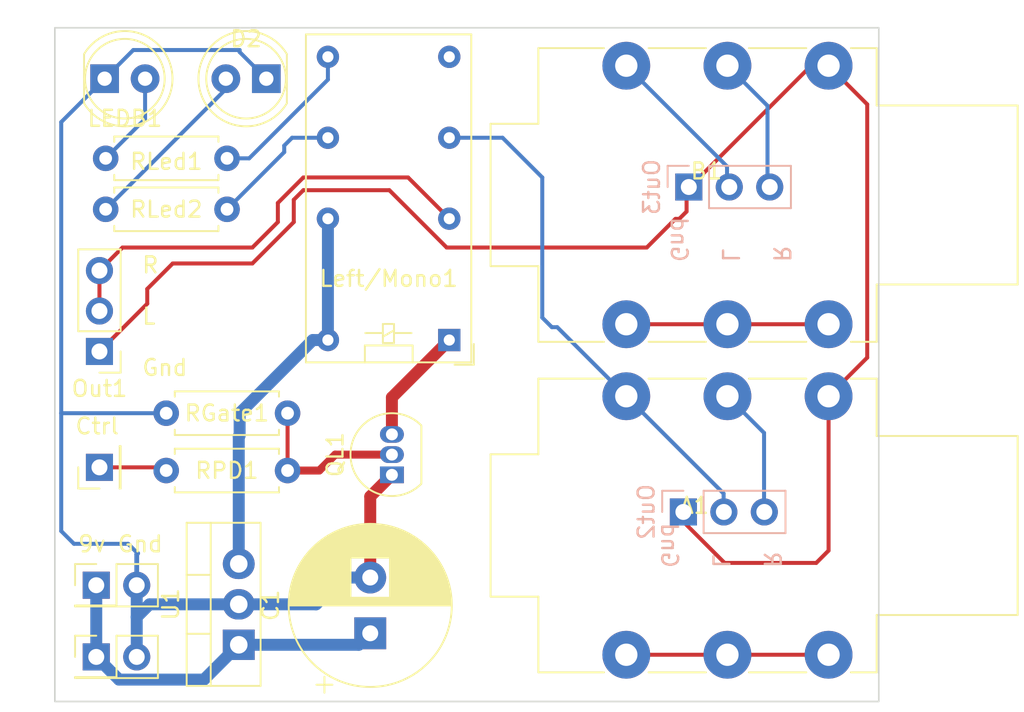
<source format=kicad_pcb>
(kicad_pcb (version 20221018) (generator pcbnew)
  (layers (0 "F.Cu" signal) (31 "B.Cu" signal) (34 "B.Paste" user) (35 "F.Paste" user) (36 "B.SilkS" user "B.Silkscreen") (37 "F.SilkS" user "F.Silkscreen") (38 "B.Mask" user) (39 "F.Mask" user) (44 "Edge.Cuts" user))
  (net 0 "")
  (net 1 "/Control")
  (net 2 "/9V")
  (net 3 "/Ctrl_GND")
  (net 4 "/A")
  (net 5 "/Signal_Gnd")
  (net 6 "Net-(A1-PadRN)")
  (net 7 "/B")
  (net 8 "Net-(D2-A)")
  (net 9 "/5V")
  (net 10 "/L_out")
  (net 11 "Net-(LEDB1-A)")
  (net 12 "Net-(Left/Mono1-Pad9)")
  (net 13 "Net-(Left/Mono1-Pad11)")
  (net 14 "Net-(QL1-D)")
  (net 15 "Net-(QL1-G)")
  (net 16 "Net-(B1-PadRN)")
  (net 17 "Net-(Out3-Pin_2)")
  (net 18 "Net-(Out2-Pin_3)")
  (net 19 "Net-(Out3-Pin_3)")
  (footprint "Connector_Audio:Jack_6.35mm_Neutrik_NMJ6HFD3_Horizontal" (layer "F.Cu") (at 169.475 80.385)
    (fp_text reference "B1" (at 5.025 6.615) (layer "F.SilkS"))
    (fp_text value "AudioJack3_Switch")
    (fp_line (start -8.52 3.645) (end -5.52 3.645) (stroke (width 0.12)) (layer "F.SilkS"))
    (fp_line (start -8.52 12.545) (end -8.52 3.645) (stroke (width 0.12)) (layer "F.SilkS"))
    (fp_line (start -8.52 12.585) (end -5.52 12.585) (stroke (width 0.12)) (layer "F.SilkS"))
    (fp_line (start -5.52 -1.105) (end -1.4 -1.105) (stroke (width 0.12)) (layer "F.SilkS"))
    (fp_line (start -5.52 3.645) (end -5.52 -1.105) (stroke (width 0.12)) (layer "F.SilkS"))
    (fp_line (start -5.52 17.335) (end -5.52 12.585) (stroke (width 0.12)) (layer "F.SilkS"))
    (fp_line (start -1.4 17.335) (end -5.52 17.335) (stroke (width 0.12)) (layer "F.SilkS"))
    (fp_line (start 1.4 -1.105) (end 5 -1.105) (stroke (width 0.12)) (layer "F.SilkS"))
    (fp_line (start 5 17.335) (end 1.4 17.335) (stroke (width 0.12)) (layer "F.SilkS"))
    (fp_line (start 7.7 -1.105) (end 11.3 -1.105) (stroke (width 0.12)) (layer "F.SilkS"))
    (fp_line (start 11.3 17.335) (end 7.7 17.335) (stroke (width 0.12)) (layer "F.SilkS"))
    (fp_line (start 15.72 -1.105) (end 14.1 -1.105) (stroke (width 0.12)) (layer "F.SilkS"))
    (fp_line (start 15.72 2.495) (end 15.72 -1.105) (stroke (width 0.12)) (layer "F.SilkS"))
    (fp_line (start 15.72 2.495) (end 24.57 2.495) (stroke (width 0.12)) (layer "F.SilkS"))
    (fp_line (start 15.72 13.735) (end 24.57 13.735) (stroke (width 0.12)) (layer "F.SilkS"))
    (fp_line (start 15.72 17.335) (end 14.1 17.335) (stroke (width 0.12)) (layer "F.SilkS"))
    (fp_line (start 15.72 17.335) (end 15.72 13.735) (stroke (width 0.12)) (layer "F.SilkS"))
    (fp_line (start 24.57 13.735) (end 24.57 2.495) (stroke (width 0.12)) (layer "F.SilkS"))
    (pad "R" thru_hole circle (at 6.35 0) (size 3 3) (drill 1.4) (layers "*.Cu" "*.Mask") (net 19 "Net-(Out3-Pin_3)"))
    (pad "RN" thru_hole circle (at 6.35 16.23) (size 3 3) (drill 1.4) (layers "*.Cu" "*.Mask") (net 16 "Net-(B1-PadRN)"))
    (pad "S" thru_hole circle (at 12.7 0) (size 3 3) (drill 1.4) (layers "*.Cu" "*.Mask") (net 5 "/Signal_Gnd"))
    (pad "SN" thru_hole circle (at 12.7 16.23) (size 3 3) (drill 1.4) (layers "*.Cu" "*.Mask") (net 16 "Net-(B1-PadRN)"))
    (pad "T" thru_hole circle (at 0 0) (size 3 3) (drill 1.4) (layers "*.Cu" "*.Mask") (net 17 "Net-(Out3-Pin_2)"))
    (pad "TN" thru_hole circle (at 0 16.23) (size 3 3) (drill 1.4) (layers "*.Cu" "*.Mask") (net 16 "Net-(B1-PadRN)"))
  )
  (footprint "Resistor_THT:R_Axial_DIN0207_L6.3mm_D2.5mm_P7.62mm_Horizontal" (layer "F.Cu") (at 148.21 102.2 180)
    (fp_text reference "RPD1" (at 3.81 -3.6) (layer "F.SilkS"))
    (fp_text value "R")
    (fp_line (start 0.54 -1.37) (end 7.08 -1.37) (stroke (width 0.12)) (layer "F.SilkS"))
    (fp_line (start 0.54 -1.04) (end 0.54 -1.37) (stroke (width 0.12)) (layer "F.SilkS"))
    (fp_line (start 0.54 1.04) (end 0.54 1.37) (stroke (width 0.12)) (layer "F.SilkS"))
    (fp_line (start 0.54 1.37) (end 7.08 1.37) (stroke (width 0.12)) (layer "F.SilkS"))
    (fp_line (start 7.08 -1.37) (end 7.08 -1.04) (stroke (width 0.12)) (layer "F.SilkS"))
    (fp_line (start 7.08 1.37) (end 7.08 1.04) (stroke (width 0.12)) (layer "F.SilkS"))
    (pad "1" thru_hole circle (at 0 0 180) (size 1.6 1.6) (drill 0.8) (layers "*.Cu" "*.Mask") (net 15 "Net-(QL1-G)"))
    (pad "2" thru_hole oval (at 7.62 0 180) (size 1.6 1.6) (drill 0.8) (layers "*.Cu" "*.Mask") (net 3 "/Ctrl_GND"))
  )
  (footprint "Package_TO_SOT_THT:TO-92_Inline" (layer "F.Cu") (at 154.76 106.07 90)
    (fp_text reference "QL1" (at 1.27 -3.56 90) (layer "F.SilkS"))
    (fp_text value "2N7000")
    (fp_line (start -0.53 1.85) (end 3.07 1.85) (stroke (width 0.12)) (layer "F.SilkS"))
    (fp_arc (start -0.568478 1.838478) (mid -1.132087 -0.994977) (end 1.27 -2.6) (stroke (width 0.12)) (layer "F.SilkS"))
    (fp_arc (start 1.27 -2.6) (mid 3.672087 -0.994977) (end 3.108478 1.838478) (stroke (width 0.12)) (layer "F.SilkS"))
    (pad "1" thru_hole rect (at 0 0 90) (size 1.05 1.5) (drill 0.75) (layers "*.Cu" "*.Mask") (net 3 "/Ctrl_GND"))
    (pad "2" thru_hole oval (at 1.27 0 90) (size 1.05 1.5) (drill 0.75) (layers "*.Cu" "*.Mask") (net 15 "Net-(QL1-G)"))
    (pad "3" thru_hole oval (at 2.54 0 90) (size 1.05 1.5) (drill 0.75) (layers "*.Cu" "*.Mask") (net 14 "Net-(QL1-D)"))
  )
  (footprint "LED_THT:LED_D5.0mm" (layer "F.Cu") (at 136.725 81.2)
    (fp_text reference "LEDB1" (at 1.27 2.5) (layer "F.SilkS"))
    (fp_text value "LED")
    (fp_line (start -1.29 -1.545) (end -1.29 1.545) (stroke (width 0.12)) (layer "F.SilkS"))
    (fp_arc (start -1.29 -1.54483) (mid 2.072002 -2.880433) (end 4.26 0.000462) (stroke (width 0.12)) (layer "F.SilkS"))
    (fp_arc (start 4.26 -0.000462) (mid 2.072002 2.880433) (end -1.29 1.54483) (stroke (width 0.12)) (layer "F.SilkS"))
    (fp_circle (center 1.27 0) (end 3.77 0) (stroke (width 0.12)) (fill none) (layer "F.SilkS"))
    (pad "1" thru_hole rect (at 0 0) (size 1.8 1.8) (drill 0.9) (layers "*.Cu" "*.Mask") (net 3 "/Ctrl_GND"))
    (pad "2" thru_hole circle (at 2.54 0) (size 1.8 1.8) (drill 0.9) (layers "*.Cu" "*.Mask") (net 11 "Net-(LEDB1-A)"))
  )
  (footprint "Connector_PinHeader_2.54mm:PinHeader_2x01_P2.54mm_Vertical" (layer "F.Cu") (at 136.2 113)
    (fp_text reference "J3" hide)
    (fp_text value "Conn_01x02_Pin")
    (fp_line (start -1.33 -1.33) (end 0 -1.33) (stroke (width 0.12)) (layer "F.SilkS"))
    (fp_line (start -1.33 0) (end -1.33 -1.33) (stroke (width 0.12)) (layer "F.SilkS"))
    (fp_line (start -1.33 1.27) (end -1.33 1.33) (stroke (width 0.12)) (layer "F.SilkS"))
    (fp_line (start -1.33 1.27) (end 1.27 1.27) (stroke (width 0.12)) (layer "F.SilkS"))
    (fp_line (start -1.33 1.33) (end 3.87 1.33) (stroke (width 0.12)) (layer "F.SilkS"))
    (fp_line (start 1.27 -1.33) (end 3.87 -1.33) (stroke (width 0.12)) (layer "F.SilkS"))
    (fp_line (start 1.27 1.27) (end 1.27 -1.33) (stroke (width 0.12)) (layer "F.SilkS"))
    (fp_line (start 3.87 -1.33) (end 3.87 1.33) (stroke (width 0.12)) (layer "F.SilkS"))
    (pad "1" thru_hole rect (at 0 0) (size 1.7 1.7) (drill 1) (layers "*.Cu" "*.Mask") (net 2 "/9V"))
    (pad "2" thru_hole oval (at 2.54 0) (size 1.7 1.7) (drill 1) (layers "*.Cu" "*.Mask") (net 3 "/Ctrl_GND"))
  )
  (footprint "Resistor_THT:R_Axial_DIN0207_L6.3mm_D2.5mm_P7.62mm_Horizontal" (layer "F.Cu") (at 144.41 89.4 180)
    (fp_text reference "RLed2" (at 3.81 0) (layer "F.SilkS"))
    (fp_text value "R")
    (fp_line (start 0.54 -1.37) (end 7.08 -1.37) (stroke (width 0.12)) (layer "F.SilkS"))
    (fp_line (start 0.54 -1.04) (end 0.54 -1.37) (stroke (width 0.12)) (layer "F.SilkS"))
    (fp_line (start 0.54 1.04) (end 0.54 1.37) (stroke (width 0.12)) (layer "F.SilkS"))
    (fp_line (start 0.54 1.37) (end 7.08 1.37) (stroke (width 0.12)) (layer "F.SilkS"))
    (fp_line (start 7.08 -1.37) (end 7.08 -1.04) (stroke (width 0.12)) (layer "F.SilkS"))
    (fp_line (start 7.08 1.37) (end 7.08 1.04) (stroke (width 0.12)) (layer "F.SilkS"))
    (pad "1" thru_hole circle (at 0 0 180) (size 1.6 1.6) (drill 0.8) (layers "*.Cu" "*.Mask") (net 13 "Net-(Left/Mono1-Pad11)"))
    (pad "2" thru_hole oval (at 7.62 0 180) (size 1.6 1.6) (drill 0.8) (layers "*.Cu" "*.Mask") (net 8 "Net-(D2-A)"))
  )
  (footprint "Connector_Audio:Jack_6.35mm_Neutrik_NMJ6HFD3_Horizontal" (layer "F.Cu") (at 169.475 101.135)
    (fp_text reference "A1" (at 4.275 6.865) (layer "F.SilkS"))
    (fp_text value "AudioJack3_Switch")
    (fp_line (start -8.52 3.645) (end -5.52 3.645) (stroke (width 0.12)) (layer "F.SilkS"))
    (fp_line (start -8.52 12.545) (end -8.52 3.645) (stroke (width 0.12)) (layer "F.SilkS"))
    (fp_line (start -8.52 12.585) (end -5.52 12.585) (stroke (width 0.12)) (layer "F.SilkS"))
    (fp_line (start -5.52 -1.105) (end -1.4 -1.105) (stroke (width 0.12)) (layer "F.SilkS"))
    (fp_line (start -5.52 3.645) (end -5.52 -1.105) (stroke (width 0.12)) (layer "F.SilkS"))
    (fp_line (start -5.52 17.335) (end -5.52 12.585) (stroke (width 0.12)) (layer "F.SilkS"))
    (fp_line (start -1.4 17.335) (end -5.52 17.335) (stroke (width 0.12)) (layer "F.SilkS"))
    (fp_line (start 1.4 -1.105) (end 5 -1.105) (stroke (width 0.12)) (layer "F.SilkS"))
    (fp_line (start 5 17.335) (end 1.4 17.335) (stroke (width 0.12)) (layer "F.SilkS"))
    (fp_line (start 7.7 -1.105) (end 11.3 -1.105) (stroke (width 0.12)) (layer "F.SilkS"))
    (fp_line (start 11.3 17.335) (end 7.7 17.335) (stroke (width 0.12)) (layer "F.SilkS"))
    (fp_line (start 15.72 -1.105) (end 14.1 -1.105) (stroke (width 0.12)) (layer "F.SilkS"))
    (fp_line (start 15.72 2.495) (end 15.72 -1.105) (stroke (width 0.12)) (layer "F.SilkS"))
    (fp_line (start 15.72 2.495) (end 24.57 2.495) (stroke (width 0.12)) (layer "F.SilkS"))
    (fp_line (start 15.72 13.735) (end 24.57 13.735) (stroke (width 0.12)) (layer "F.SilkS"))
    (fp_line (start 15.72 17.335) (end 14.1 17.335) (stroke (width 0.12)) (layer "F.SilkS"))
    (fp_line (start 15.72 17.335) (end 15.72 13.735) (stroke (width 0.12)) (layer "F.SilkS"))
    (fp_line (start 24.57 13.735) (end 24.57 2.495) (stroke (width 0.12)) (layer "F.SilkS"))
    (pad "R" thru_hole circle (at 6.35 0) (size 3 3) (drill 1.4) (layers "*.Cu" "*.Mask") (net 18 "Net-(Out2-Pin_3)"))
    (pad "RN" thru_hole circle (at 6.35 16.23) (size 3 3) (drill 1.4) (layers "*.Cu" "*.Mask") (net 6 "Net-(A1-PadRN)"))
    (pad "S" thru_hole circle (at 12.7 0) (size 3 3) (drill 1.4) (layers "*.Cu" "*.Mask") (net 5 "/Signal_Gnd"))
    (pad "SN" thru_hole circle (at 12.7 16.23) (size 3 3) (drill 1.4) (layers "*.Cu" "*.Mask") (net 6 "Net-(A1-PadRN)"))
    (pad "T" thru_hole circle (at 0 0) (size 3 3) (drill 1.4) (layers "*.Cu" "*.Mask") (net 4 "/A"))
    (pad "TN" thru_hole circle (at 0 16.23) (size 3 3) (drill 1.4) (layers "*.Cu" "*.Mask") (net 6 "Net-(A1-PadRN)"))
  )
  (footprint "Resistor_THT:R_Axial_DIN0207_L6.3mm_D2.5mm_P7.62mm_Horizontal" (layer "F.Cu") (at 144.41 86.2 180)
    (fp_text reference "RLed1" (at 3.81 -0.2) (layer "F.SilkS"))
    (fp_text value "R")
    (fp_line (start 0.54 -1.37) (end 7.08 -1.37) (stroke (width 0.12)) (layer "F.SilkS"))
    (fp_line (start 0.54 -1.04) (end 0.54 -1.37) (stroke (width 0.12)) (layer "F.SilkS"))
    (fp_line (start 0.54 1.04) (end 0.54 1.37) (stroke (width 0.12)) (layer "F.SilkS"))
    (fp_line (start 0.54 1.37) (end 7.08 1.37) (stroke (width 0.12)) (layer "F.SilkS"))
    (fp_line (start 7.08 -1.37) (end 7.08 -1.04) (stroke (width 0.12)) (layer "F.SilkS"))
    (fp_line (start 7.08 1.37) (end 7.08 1.04) (stroke (width 0.12)) (layer "F.SilkS"))
    (pad "1" thru_hole circle (at 0 0 180) (size 1.6 1.6) (drill 0.8) (layers "*.Cu" "*.Mask") (net 12 "Net-(Left/Mono1-Pad9)"))
    (pad "2" thru_hole oval (at 7.62 0 180) (size 1.6 1.6) (drill 0.8) (layers "*.Cu" "*.Mask") (net 11 "Net-(LEDB1-A)"))
  )
  (footprint "Relay_THT:Relay_DPDT_Omron_G5V-2" (layer "F.Cu") (at 158.3625 97.6075 180)
    (fp_text reference "Left/Mono1" (at 3.81 3.8575) (layer "F.SilkS"))
    (fp_text value "G5V-2")
    (fp_line (start -1.54 -1.55) (end -0.33 -1.55) (stroke (width 0.12)) (layer "F.SilkS"))
    (fp_line (start -1.54 -0.25) (end -1.54 -1.55) (stroke (width 0.12)) (layer "F.SilkS"))
    (fp_line (start -1.38 -1.4) (end -1.38 19.19) (stroke (width 0.12)) (layer "F.SilkS"))
    (fp_line (start -1.38 19.19) (end 9 19.19) (stroke (width 0.12)) (layer "F.SilkS"))
    (fp_line (start 2.3 -1.4) (end 2.3 -0.36) (stroke (width 0.12)) (layer "F.SilkS"))
    (fp_line (start 2.3 -0.34) (end 5.3 -0.34) (stroke (width 0.12)) (layer "F.SilkS"))
    (fp_line (start 3.47 -0.19) (end 3.47 1.01) (stroke (width 0.12)) (layer "F.SilkS"))
    (fp_line (start 3.47 0.44) (end 2.37 0.44) (stroke (width 0.12)) (layer "F.SilkS"))
    (fp_line (start 3.47 0.61) (end 4.17 0.21) (stroke (width 0.12)) (layer "F.SilkS"))
    (fp_line (start 3.47 1.01) (end 4.17 1.01) (stroke (width 0.12)) (layer "F.SilkS"))
    (fp_line (start 4.17 -0.19) (end 3.47 -0.19) (stroke (width 0.12)) (layer "F.SilkS"))
    (fp_line (start 4.17 0.44) (end 5.27 0.44) (stroke (width 0.12)) (layer "F.SilkS"))
    (fp_line (start 4.17 1.01) (end 4.17 -0.19) (stroke (width 0.12)) (layer "F.SilkS"))
    (fp_line (start 5.3 -0.34) (end 5.3 -1.4) (stroke (width 0.12)) (layer "F.SilkS"))
    (fp_line (start 9 -1.4) (end -1.38 -1.4) (stroke (width 0.12)) (layer "F.SilkS"))
    (fp_line (start 9 19.19) (end 9 -1.4) (stroke (width 0.12)) (layer "F.SilkS"))
    (pad "1" thru_hole rect (at 0 0 180) (size 1.4 1.4) (drill 0.7) (layers "*.Cu" "*.Mask") (net 14 "Net-(QL1-D)"))
    (pad "4" thru_hole circle (at 0 7.62 180) (size 1.4 1.4) (drill 0.7) (layers "*.Cu" "*.Mask") (net 10 "/L_out"))
    (pad "6" thru_hole circle (at 0 12.7 180) (size 1.4 1.4) (drill 0.7) (layers "*.Cu" "*.Mask") (net 4 "/A"))
    (pad "8" thru_hole circle (at 0 17.78 180) (size 1.4 1.4) (drill 0.7) (layers "*.Cu" "*.Mask") (net 7 "/B"))
    (pad "9" thru_hole circle (at 7.62 17.78 180) (size 1.4 1.4) (drill 0.7) (layers "*.Cu" "*.Mask") (net 12 "Net-(Left/Mono1-Pad9)"))
    (pad "11" thru_hole circle (at 7.62 12.7 180) (size 1.4 1.4) (drill 0.7) (layers "*.Cu" "*.Mask") (net 13 "Net-(Left/Mono1-Pad11)"))
    (pad "13" thru_hole circle (at 7.62 7.62 180) (size 1.4 1.4) (drill 0.7) (layers "*.Cu" "*.Mask") (net 9 "/5V"))
    (pad "16" thru_hole circle (at 7.62 0 180) (size 1.4 1.4) (drill 0.7) (layers "*.Cu" "*.Mask") (net 9 "/5V"))
  )
  (footprint "Capacitor_THT:CP_Radial_D10.0mm_P3.50mm" (layer "F.Cu") (at 153.4 116.017677 90)
    (fp_text reference "C1" (at 1.75 -6.25 90) (layer "F.SilkS"))
    (fp_text value "C_Polarized")
    (fp_line (start -3.729646 -2.875) (end -2.729646 -2.875) (stroke (width 0.12)) (layer "F.SilkS"))
    (fp_line (start -3.229646 -3.375) (end -3.229646 -2.375) (stroke (width 0.12)) (layer "F.SilkS"))
    (fp_line (start 1.75 -5.08) (end 1.75 5.08) (stroke (width 0.12)) (layer "F.SilkS"))
    (fp_line (start 1.79 -5.08) (end 1.79 5.08) (stroke (width 0.12)) (layer "F.SilkS"))
    (fp_line (start 1.83 -5.08) (end 1.83 5.08) (stroke (width 0.12)) (layer "F.SilkS"))
    (fp_line (start 1.87 -5.079) (end 1.87 5.079) (stroke (width 0.12)) (layer "F.SilkS"))
    (fp_line (start 1.91 -5.078) (end 1.91 5.078) (stroke (width 0.12)) (layer "F.SilkS"))
    (fp_line (start 1.95 -5.077) (end 1.95 5.077) (stroke (width 0.12)) (layer "F.SilkS"))
    (fp_line (start 1.99 -5.075) (end 1.99 5.075) (stroke (width 0.12)) (layer "F.SilkS"))
    (fp_line (start 2.03 -5.073) (end 2.03 5.073) (stroke (width 0.12)) (layer "F.SilkS"))
    (fp_line (start 2.07 -5.07) (end 2.07 5.07) (stroke (width 0.12)) (layer "F.SilkS"))
    (fp_line (start 2.11 -5.068) (end 2.11 5.068) (stroke (width 0.12)) (layer "F.SilkS"))
    (fp_line (start 2.15 -5.065) (end 2.15 5.065) (stroke (width 0.12)) (layer "F.SilkS"))
    (fp_line (start 2.19 -5.062) (end 2.19 5.062) (stroke (width 0.12)) (layer "F.SilkS"))
    (fp_line (start 2.23 -5.058) (end 2.23 5.058) (stroke (width 0.12)) (layer "F.SilkS"))
    (fp_line (start 2.27 -5.054) (end 2.27 -1.241) (stroke (width 0.12)) (layer "F.SilkS"))
    (fp_line (start 2.27 1.241) (end 2.27 5.054) (stroke (width 0.12)) (layer "F.SilkS"))
    (fp_line (start 2.31 -5.05) (end 2.31 -1.241) (stroke (width 0.12)) (layer "F.SilkS"))
    (fp_line (start 2.31 1.241) (end 2.31 5.05) (stroke (width 0.12)) (layer "F.SilkS"))
    (fp_line (start 2.35 -5.045) (end 2.35 -1.241) (stroke (width 0.12)) (layer "F.SilkS"))
    (fp_line (start 2.35 1.241) (end 2.35 5.045) (stroke (width 0.12)) (layer "F.SilkS"))
    (fp_line (start 2.39 -5.04) (end 2.39 -1.241) (stroke (width 0.12)) (layer "F.SilkS"))
    (fp_line (start 2.39 1.241) (end 2.39 5.04) (stroke (width 0.12)) (layer "F.SilkS"))
    (fp_line (start 2.43 -5.035) (end 2.43 -1.241) (stroke (width 0.12)) (layer "F.SilkS"))
    (fp_line (start 2.43 1.241) (end 2.43 5.035) (stroke (width 0.12)) (layer "F.SilkS"))
    (fp_line (start 2.471 -5.03) (end 2.471 -1.241) (stroke (width 0.12)) (layer "F.SilkS"))
    (fp_line (start 2.471 1.241) (end 2.471 5.03) (stroke (width 0.12)) (layer "F.SilkS"))
    (fp_line (start 2.511 -5.024) (end 2.511 -1.241) (stroke (width 0.12)) (layer "F.SilkS"))
    (fp_line (start 2.511 1.241) (end 2.511 5.024) (stroke (width 0.12)) (layer "F.SilkS"))
    (fp_line (start 2.551 -5.018) (end 2.551 -1.241) (stroke (width 0.12)) (layer "F.SilkS"))
    (fp_line (start 2.551 1.241) (end 2.551 5.018) (stroke (width 0.12)) (layer "F.SilkS"))
    (fp_line (start 2.591 -5.011) (end 2.591 -1.241) (stroke (width 0.12)) (layer "F.SilkS"))
    (fp_line (start 2.591 1.241) (end 2.591 5.011) (stroke (width 0.12)) (layer "F.SilkS"))
    (fp_line (start 2.631 -5.004) (end 2.631 -1.241) (stroke (width 0.12)) (layer "F.SilkS"))
    (fp_line (start 2.631 1.241) (end 2.631 5.004) (stroke (width 0.12)) (layer "F.SilkS"))
    (fp_line (start 2.671 -4.997) (end 2.671 -1.241) (stroke (width 0.12)) (layer "F.SilkS"))
    (fp_line (start 2.671 1.241) (end 2.671 4.997) (stroke (width 0.12)) (layer "F.SilkS"))
    (fp_line (start 2.711 -4.99) (end 2.711 -1.241) (stroke (width 0.12)) (layer "F.SilkS"))
    (fp_line (start 2.711 1.241) (end 2.711 4.99) (stroke (width 0.12)) (layer "F.SilkS"))
    (fp_line (start 2.751 -4.982) (end 2.751 -1.241) (stroke (width 0.12)) (layer "F.SilkS"))
    (fp_line (start 2.751 1.241) (end 2.751 4.982) (stroke (width 0.12)) (layer "F.SilkS"))
    (fp_line (start 2.791 -4.974) (end 2.791 -1.241) (stroke (width 0.12)) (layer "F.SilkS"))
    (fp_line (start 2.791 1.241) (end 2.791 4.974) (stroke (width 0.12)) (layer "F.SilkS"))
    (fp_line (start 2.831 -4.965) (end 2.831 -1.241) (stroke (width 0.12)) (layer "F.SilkS"))
    (fp_line (start 2.831 1.241) (end 2.831 4.965) (stroke (width 0.12)) (layer "F.SilkS"))
    (fp_line (start 2.871 -4.956) (end 2.871 -1.241) (stroke (width 0.12)) (layer "F.SilkS"))
    (fp_line (start 2.871 1.241) (end 2.871 4.956) (stroke (width 0.12)) (layer "F.SilkS"))
    (fp_line (start 2.911 -4.947) (end 2.911 -1.241) (stroke (width 0.12)) (layer "F.SilkS"))
    (fp_line (start 2.911 1.241) (end 2.911 4.947) (stroke (width 0.12)) (layer "F.SilkS"))
    (fp_line (start 2.951 -4.938) (end 2.951 -1.241) (stroke (width 0.12)) (layer "F.SilkS"))
    (fp_line (start 2.951 1.241) (end 2.951 4.938) (stroke (width 0.12)) (layer "F.SilkS"))
    (fp_line (start 2.991 -4.928) (end 2.991 -1.241) (stroke (width 0.12)) (layer "F.SilkS"))
    (fp_line (start 2.991 1.241) (end 2.991 4.928) (stroke (width 0.12)) (layer "F.SilkS"))
    (fp_line (start 3.031 -4.918) (end 3.031 -1.241) (stroke (width 0.12)) (layer "F.SilkS"))
    (fp_line (start 3.031 1.241) (end 3.031 4.918) (stroke (width 0.12)) (layer "F.SilkS"))
    (fp_line (start 3.071 -4.907) (end 3.071 -1.241) (stroke (width 0.12)) (layer "F.SilkS"))
    (fp_line (start 3.071 1.241) (end 3.071 4.907) (stroke (width 0.12)) (layer "F.SilkS"))
    (fp_line (start 3.111 -4.897) (end 3.111 -1.241) (stroke (width 0.12)) (layer "F.SilkS"))
    (fp_line (start 3.111 1.241) (end 3.111 4.897) (stroke (width 0.12)) (layer "F.SilkS"))
    (fp_line (start 3.151 -4.885) (end 3.151 -1.241) (stroke (width 0.12)) (layer "F.SilkS"))
    (fp_line (start 3.151 1.241) (end 3.151 4.885) (stroke (width 0.12)) (layer "F.SilkS"))
    (fp_line (start 3.191 -4.874) (end 3.191 -1.241) (stroke (width 0.12)) (layer "F.SilkS"))
    (fp_line (start 3.191 1.241) (end 3.191 4.874) (stroke (width 0.12)) (layer "F.SilkS"))
    (fp_line (start 3.231 -4.862) (end 3.231 -1.241) (stroke (width 0.12)) (layer "F.SilkS"))
    (fp_line (start 3.231 1.241) (end 3.231 4.862) (stroke (width 0.12)) (layer "F.SilkS"))
    (fp_line (start 3.271 -4.85) (end 3.271 -1.241) (stroke (width 0.12)) (layer "F.SilkS"))
    (fp_line (start 3.271 1.241) (end 3.271 4.85) (stroke (width 0.12)) (layer "F.SilkS"))
    (fp_line (start 3.311 -4.837) (end 3.311 -1.241) (stroke (width 0.12)) (layer "F.SilkS"))
    (fp_line (start 3.311 1.241) (end 3.311 4.837) (stroke (width 0.12)) (layer "F.SilkS"))
    (fp_line (start 3.351 -4.824) (end 3.351 -1.241) (stroke (width 0.12)) (layer "F.SilkS"))
    (fp_line (start 3.351 1.241) (end 3.351 4.824) (stroke (width 0.12)) (layer "F.SilkS"))
    (fp_line (start 3.391 -4.811) (end 3.391 -1.241) (stroke (width 0.12)) (layer "F.SilkS"))
    (fp_line (start 3.391 1.241) (end 3.391 4.811) (stroke (width 0.12)) (layer "F.SilkS"))
    (fp_line (start 3.431 -4.797) (end 3.431 -1.241) (stroke (width 0.12)) (layer "F.SilkS"))
    (fp_line (start 3.431 1.241) (end 3.431 4.797) (stroke (width 0.12)) (layer "F.SilkS"))
    (fp_line (start 3.471 -4.783) (end 3.471 -1.241) (stroke (width 0.12)) (layer "F.SilkS"))
    (fp_line (start 3.471 1.241) (end 3.471 4.783) (stroke (width 0.12)) (layer "F.SilkS"))
    (fp_line (start 3.511 -4.768) (end 3.511 -1.241) (stroke (width 0.12)) (layer "F.SilkS"))
    (fp_line (start 3.511 1.241) (end 3.511 4.768) (stroke (width 0.12)) (layer "F.SilkS"))
    (fp_line (start 3.551 -4.754) (end 3.551 -1.241) (stroke (width 0.12)) (layer "F.SilkS"))
    (fp_line (start 3.551 1.241) (end 3.551 4.754) (stroke (width 0.12)) (layer "F.SilkS"))
    (fp_line (start 3.591 -4.738) (end 3.591 -1.241) (stroke (width 0.12)) (layer "F.SilkS"))
    (fp_line (start 3.591 1.241) (end 3.591 4.738) (stroke (width 0.12)) (layer "F.SilkS"))
    (fp_line (start 3.631 -4.723) (end 3.631 -1.241) (stroke (width 0.12)) (layer "F.SilkS"))
    (fp_line (start 3.631 1.241) (end 3.631 4.723) (stroke (width 0.12)) (layer "F.SilkS"))
    (fp_line (start 3.671 -4.707) (end 3.671 -1.241) (stroke (width 0.12)) (layer "F.SilkS"))
    (fp_line (start 3.671 1.241) (end 3.671 4.707) (stroke (width 0.12)) (layer "F.SilkS"))
    (fp_line (start 3.711 -4.69) (end 3.711 -1.241) (stroke (width 0.12)) (layer "F.SilkS"))
    (fp_line (start 3.711 1.241) (end 3.711 4.69) (stroke (width 0.12)) (layer "F.SilkS"))
    (fp_line (start 3.751 -4.674) (end 3.751 -1.241) (stroke (width 0.12)) (layer "F.SilkS"))
    (fp_line (start 3.751 1.241) (end 3.751 4.674) (stroke (width 0.12)) (layer "F.SilkS"))
    (fp_line (start 3.791 -4.657) (end 3.791 -1.241) (stroke (width 0.12)) (layer "F.SilkS"))
    (fp_line (start 3.791 1.241) (end 3.791 4.657) (stroke (width 0.12)) (layer "F.SilkS"))
    (fp_line (start 3.831 -4.639) (end 3.831 -1.241) (stroke (width 0.12)) (layer "F.SilkS"))
    (fp_line (start 3.831 1.241) (end 3.831 4.639) (stroke (width 0.12)) (layer "F.SilkS"))
    (fp_line (start 3.871 -4.621) (end 3.871 -1.241) (stroke (width 0.12)) (layer "F.SilkS"))
    (fp_line (start 3.871 1.241) (end 3.871 4.621) (stroke (width 0.12)) (layer "F.SilkS"))
    (fp_line (start 3.911 -4.603) (end 3.911 -1.241) (stroke (width 0.12)) (layer "F.SilkS"))
    (fp_line (start 3.911 1.241) (end 3.911 4.603) (stroke (width 0.12)) (layer "F.SilkS"))
    (fp_line (start 3.951 -4.584) (end 3.951 -1.241) (stroke (width 0.12)) (layer "F.SilkS"))
    (fp_line (start 3.951 1.241) (end 3.951 4.584) (stroke (width 0.12)) (layer "F.SilkS"))
    (fp_line (start 3.991 -4.564) (end 3.991 -1.241) (stroke (width 0.12)) (layer "F.SilkS"))
    (fp_line (start 3.991 1.241) (end 3.991 4.564) (stroke (width 0.12)) (layer "F.SilkS"))
    (fp_line (start 4.031 -4.545) (end 4.031 -1.241) (stroke (width 0.12)) (layer "F.SilkS"))
    (fp_line (start 4.031 1.241) (end 4.031 4.545) (stroke (width 0.12)) (layer "F.SilkS"))
    (fp_line (start 4.071 -4.525) (end 4.071 -1.241) (stroke (width 0.12)) (layer "F.SilkS"))
    (fp_line (start 4.071 1.241) (end 4.071 4.525) (stroke (width 0.12)) (layer "F.SilkS"))
    (fp_line (start 4.111 -4.504) (end 4.111 -1.241) (stroke (width 0.12)) (layer "F.SilkS"))
    (fp_line (start 4.111 1.241) (end 4.111 4.504) (stroke (width 0.12)) (layer "F.SilkS"))
    (fp_line (start 4.151 -4.483) (end 4.151 -1.241) (stroke (width 0.12)) (layer "F.SilkS"))
    (fp_line (start 4.151 1.241) (end 4.151 4.483) (stroke (width 0.12)) (layer "F.SilkS"))
    (fp_line (start 4.191 -4.462) (end 4.191 -1.241) (stroke (width 0.12)) (layer "F.SilkS"))
    (fp_line (start 4.191 1.241) (end 4.191 4.462) (stroke (width 0.12)) (layer "F.SilkS"))
    (fp_line (start 4.231 -4.44) (end 4.231 -1.241) (stroke (width 0.12)) (layer "F.SilkS"))
    (fp_line (start 4.231 1.241) (end 4.231 4.44) (stroke (width 0.12)) (layer "F.SilkS"))
    (fp_line (start 4.271 -4.417) (end 4.271 -1.241) (stroke (width 0.12)) (layer "F.SilkS"))
    (fp_line (start 4.271 1.241) (end 4.271 4.417) (stroke (width 0.12)) (layer "F.SilkS"))
    (fp_line (start 4.311 -4.395) (end 4.311 -1.241) (stroke (width 0.12)) (layer "F.SilkS"))
    (fp_line (start 4.311 1.241) (end 4.311 4.395) (stroke (width 0.12)) (layer "F.SilkS"))
    (fp_line (start 4.351 -4.371) (end 4.351 -1.241) (stroke (width 0.12)) (layer "F.SilkS"))
    (fp_line (start 4.351 1.241) (end 4.351 4.371) (stroke (width 0.12)) (layer "F.SilkS"))
    (fp_line (start 4.391 -4.347) (end 4.391 -1.241) (stroke (width 0.12)) (layer "F.SilkS"))
    (fp_line (start 4.391 1.241) (end 4.391 4.347) (stroke (width 0.12)) (layer "F.SilkS"))
    (fp_line (start 4.431 -4.323) (end 4.431 -1.241) (stroke (width 0.12)) (layer "F.SilkS"))
    (fp_line (start 4.431 1.241) (end 4.431 4.323) (stroke (width 0.12)) (layer "F.SilkS"))
    (fp_line (start 4.471 -4.298) (end 4.471 -1.241) (stroke (width 0.12)) (layer "F.SilkS"))
    (fp_line (start 4.471 1.241) (end 4.471 4.298) (stroke (width 0.12)) (layer "F.SilkS"))
    (fp_line (start 4.511 -4.273) (end 4.511 -1.241) (stroke (width 0.12)) (layer "F.SilkS"))
    (fp_line (start 4.511 1.241) (end 4.511 4.273) (stroke (width 0.12)) (layer "F.SilkS"))
    (fp_line (start 4.551 -4.247) (end 4.551 -1.241) (stroke (width 0.12)) (layer "F.SilkS"))
    (fp_line (start 4.551 1.241) (end 4.551 4.247) (stroke (width 0.12)) (layer "F.SilkS"))
    (fp_line (start 4.591 -4.221) (end 4.591 -1.241) (stroke (width 0.12)) (layer "F.SilkS"))
    (fp_line (start 4.591 1.241) (end 4.591 4.221) (stroke (width 0.12)) (layer "F.SilkS"))
    (fp_line (start 4.631 -4.194) (end 4.631 -1.241) (stroke (width 0.12)) (layer "F.SilkS"))
    (fp_line (start 4.631 1.241) (end 4.631 4.194) (stroke (width 0.12)) (layer "F.SilkS"))
    (fp_line (start 4.671 -4.166) (end 4.671 -1.241) (stroke (width 0.12)) (layer "F.SilkS"))
    (fp_line (start 4.671 1.241) (end 4.671 4.166) (stroke (width 0.12)) (layer "F.SilkS"))
    (fp_line (start 4.711 -4.138) (end 4.711 -1.241) (stroke (width 0.12)) (layer "F.SilkS"))
    (fp_line (start 4.711 1.241) (end 4.711 4.138) (stroke (width 0.12)) (layer "F.SilkS"))
    (fp_line (start 4.751 -4.11) (end 4.751 4.11) (stroke (width 0.12)) (layer "F.SilkS"))
    (fp_line (start 4.791 -4.08) (end 4.791 4.08) (stroke (width 0.12)) (layer "F.SilkS"))
    (fp_line (start 4.831 -4.05) (end 4.831 4.05) (stroke (width 0.12)) (layer "F.SilkS"))
    (fp_line (start 4.871 -4.02) (end 4.871 4.02) (stroke (width 0.12)) (layer "F.SilkS"))
    (fp_line (start 4.911 -3.989) (end 4.911 3.989) (stroke (width 0.12)) (layer "F.SilkS"))
    (fp_line (start 4.951 -3.957) (end 4.951 3.957) (stroke (width 0.12)) (layer "F.SilkS"))
    (fp_line (start 4.991 -3.925) (end 4.991 3.925) (stroke (width 0.12)) (layer "F.SilkS"))
    (fp_line (start 5.031 -3.892) (end 5.031 3.892) (stroke (width 0.12)) (layer "F.SilkS"))
    (fp_line (start 5.071 -3.858) (end 5.071 3.858) (stroke (width 0.12)) (layer "F.SilkS"))
    (fp_line (start 5.111 -3.824) (end 5.111 3.824) (stroke (width 0.12)) (layer "F.SilkS"))
    (fp_line (start 5.151 -3.789) (end 5.151 3.789) (stroke (width 0.12)) (layer "F.SilkS"))
    (fp_line (start 5.191 -3.753) (end 5.191 3.753) (stroke (width 0.12)) (layer "F.SilkS"))
    (fp_line (start 5.231 -3.716) (end 5.231 3.716) (stroke (width 0.12)) (layer "F.SilkS"))
    (fp_line (start 5.271 -3.679) (end 5.271 3.679) (stroke (width 0.12)) (layer "F.SilkS"))
    (fp_line (start 5.311 -3.64) (end 5.311 3.64) (stroke (width 0.12)) (layer "F.SilkS"))
    (fp_line (start 5.351 -3.601) (end 5.351 3.601) (stroke (width 0.12)) (layer "F.SilkS"))
    (fp_line (start 5.391 -3.561) (end 5.391 3.561) (stroke (width 0.12)) (layer "F.SilkS"))
    (fp_line (start 5.431 -3.52) (end 5.431 3.52) (stroke (width 0.12)) (layer "F.SilkS"))
    (fp_line (start 5.471 -3.478) (end 5.471 3.478) (stroke (width 0.12)) (layer "F.SilkS"))
    (fp_line (start 5.511 -3.436) (end 5.511 3.436) (stroke (width 0.12)) (layer "F.SilkS"))
    (fp_line (start 5.551 -3.392) (end 5.551 3.392) (stroke (width 0.12)) (layer "F.SilkS"))
    (fp_line (start 5.591 -3.347) (end 5.591 3.347) (stroke (width 0.12)) (layer "F.SilkS"))
    (fp_line (start 5.631 -3.301) (end 5.631 3.301) (stroke (width 0.12)) (layer "F.SilkS"))
    (fp_line (start 5.671 -3.254) (end 5.671 3.254) (stroke (width 0.12)) (layer "F.SilkS"))
    (fp_line (start 5.711 -3.206) (end 5.711 3.206) (stroke (width 0.12)) (layer "F.SilkS"))
    (fp_line (start 5.751 -3.156) (end 5.751 3.156) (stroke (width 0.12)) (layer "F.SilkS"))
    (fp_line (start 5.791 -3.106) (end 5.791 3.106) (stroke (width 0.12)) (layer "F.SilkS"))
    (fp_line (start 5.831 -3.054) (end 5.831 3.054) (stroke (width 0.12)) (layer "F.SilkS"))
    (fp_line (start 5.871 -3) (end 5.871 3) (stroke (width 0.12)) (layer "F.SilkS"))
    (fp_line (start 5.911 -2.945) (end 5.911 2.945) (stroke (width 0.12)) (layer "F.SilkS"))
    (fp_line (start 5.951 -2.889) (end 5.951 2.889) (stroke (width 0.12)) (layer "F.SilkS"))
    (fp_line (start 5.991 -2.83) (end 5.991 2.83) (stroke (width 0.12)) (layer "F.SilkS"))
    (fp_line (start 6.031 -2.77) (end 6.031 2.77) (stroke (width 0.12)) (layer "F.SilkS"))
    (fp_line (start 6.071 -2.709) (end 6.071 2.709) (stroke (width 0.12)) (layer "F.SilkS"))
    (fp_line (start 6.111 -2.645) (end 6.111 2.645) (stroke (width 0.12)) (layer "F.SilkS"))
    (fp_line (start 6.151 -2.579) (end 6.151 2.579) (stroke (width 0.12)) (layer "F.SilkS"))
    (fp_line (start 6.191 -2.51) (end 6.191 2.51) (stroke (width 0.12)) (layer "F.SilkS"))
    (fp_line (start 6.231 -2.439) (end 6.231 2.439) (stroke (width 0.12)) (layer "F.SilkS"))
    (fp_line (start 6.271 -2.365) (end 6.271 2.365) (stroke (width 0.12)) (layer "F.SilkS"))
    (fp_line (start 6.311 -2.289) (end 6.311 2.289) (stroke (width 0.12)) (layer "F.SilkS"))
    (fp_line (start 6.351 -2.209) (end 6.351 2.209) (stroke (width 0.12)) (layer "F.SilkS"))
    (fp_line (start 6.391 -2.125) (end 6.391 2.125) (stroke (width 0.12)) (layer "F.SilkS"))
    (fp_line (start 6.431 -2.037) (end 6.431 2.037) (stroke (width 0.12)) (layer "F.SilkS"))
    (fp_line (start 6.471 -1.944) (end 6.471 1.944) (stroke (width 0.12)) (layer "F.SilkS"))
    (fp_line (start 6.511 -1.846) (end 6.511 1.846) (stroke (width 0.12)) (layer "F.SilkS"))
    (fp_line (start 6.551 -1.742) (end 6.551 1.742) (stroke (width 0.12)) (layer "F.SilkS"))
    (fp_line (start 6.591 -1.63) (end 6.591 1.63) (stroke (width 0.12)) (layer "F.SilkS"))
    (fp_line (start 6.631 -1.51) (end 6.631 1.51) (stroke (width 0.12)) (layer "F.SilkS"))
    (fp_line (start 6.671 -1.378) (end 6.671 1.378) (stroke (width 0.12)) (layer "F.SilkS"))
    (fp_line (start 6.711 -1.23) (end 6.711 1.23) (stroke (width 0.12)) (layer "F.SilkS"))
    (fp_line (start 6.751 -1.062) (end 6.751 1.062) (stroke (width 0.12)) (layer "F.SilkS"))
    (fp_line (start 6.791 -0.862) (end 6.791 0.862) (stroke (width 0.12)) (layer "F.SilkS"))
    (fp_line (start 6.831 -0.599) (end 6.831 0.599) (stroke (width 0.12)) (layer "F.SilkS"))
    (fp_circle (center 1.75 0) (end 6.87 0) (stroke (width 0.12)) (fill none) (layer "F.SilkS"))
    (pad "1" thru_hole rect (at 0 0 90) (size 2 2) (drill 1) (layers "*.Cu" "*.Mask") (net 2 "/9V"))
    (pad "2" thru_hole circle (at 3.5 0 90) (size 2 2) (drill 1) (layers "*.Cu" "*.Mask") (net 3 "/Ctrl_GND"))
  )
  (footprint "Package_TO_SOT_THT:TO-220-3_Vertical" (layer "F.Cu") (at 145.145 116.74 90)
    (fp_text reference "U1" (at 2.54 -4.27 90) (layer "F.SilkS"))
    (fp_text value "L7805")
    (fp_line (start -2.58 -3.27) (end -2.58 1.371) (stroke (width 0.12)) (layer "F.SilkS"))
    (fp_line (start -2.58 -3.27) (end 7.66 -3.27) (stroke (width 0.12)) (layer "F.SilkS"))
    (fp_line (start -2.58 -1.76) (end 7.66 -1.76) (stroke (width 0.12)) (layer "F.SilkS"))
    (fp_line (start -2.58 1.371) (end 7.66 1.371) (stroke (width 0.12)) (layer "F.SilkS"))
    (fp_line (start 0.69 -3.27) (end 0.69 -1.76) (stroke (width 0.12)) (layer "F.SilkS"))
    (fp_line (start 4.391 -3.27) (end 4.391 -1.76) (stroke (width 0.12)) (layer "F.SilkS"))
    (fp_line (start 7.66 -3.27) (end 7.66 1.371) (stroke (width 0.12)) (layer "F.SilkS"))
    (pad "1" thru_hole rect (at 0 0 90) (size 1.905 2) (drill 1.1) (layers "*.Cu" "*.Mask") (net 2 "/9V"))
    (pad "2" thru_hole oval (at 2.54 0 90) (size 1.905 2) (drill 1.1) (layers "*.Cu" "*.Mask") (net 3 "/Ctrl_GND"))
    (pad "3" thru_hole oval (at 5.08 0 90) (size 1.905 2) (drill 1.1) (layers "*.Cu" "*.Mask") (net 9 "/5V"))
  )
  (footprint "Connector_PinHeader_2.54mm:PinHeader_1x01_P2.54mm_Vertical" (layer "F.Cu") (at 136.4 105.6 90)
    (fp_text reference "J1" hide)
    (fp_text value "Conn_01x01_Pin")
    (fp_line (start -1.33 -1.33) (end 0 -1.33) (stroke (width 0.12)) (layer "F.SilkS"))
    (fp_line (start -1.33 0) (end -1.33 -1.33) (stroke (width 0.12)) (layer "F.SilkS"))
    (fp_line (start -1.33 1.27) (end -1.33 1.33) (stroke (width 0.12)) (layer "F.SilkS"))
    (fp_line (start -1.33 1.27) (end 1.33 1.27) (stroke (width 0.12)) (layer "F.SilkS"))
    (fp_line (start -1.33 1.33) (end 1.33 1.33) (stroke (width 0.12)) (layer "F.SilkS"))
    (fp_line (start 1.33 1.27) (end 1.33 1.33) (stroke (width 0.12)) (layer "F.SilkS"))
    (pad "1" thru_hole rect (at 0 0 90) (size 1.7 1.7) (drill 1) (layers "*.Cu" "*.Mask") (net 1 "/Control"))
  )
  (footprint "Resistor_THT:R_Axial_DIN0207_L6.3mm_D2.5mm_P7.62mm_Horizontal" (layer "F.Cu") (at 140.59 105.8)
    (fp_text reference "RGate1" (at 3.81 -3.6) (layer "F.SilkS"))
    (fp_text value "R")
    (fp_line (start 0.54 -1.37) (end 7.08 -1.37) (stroke (width 0.12)) (layer "F.SilkS"))
    (fp_line (start 0.54 -1.04) (end 0.54 -1.37) (stroke (width 0.12)) (layer "F.SilkS"))
    (fp_line (start 0.54 1.04) (end 0.54 1.37) (stroke (width 0.12)) (layer "F.SilkS"))
    (fp_line (start 0.54 1.37) (end 7.08 1.37) (stroke (width 0.12)) (layer "F.SilkS"))
    (fp_line (start 7.08 -1.37) (end 7.08 -1.04) (stroke (width 0.12)) (layer "F.SilkS"))
    (fp_line (start 7.08 1.37) (end 7.08 1.04) (stroke (width 0.12)) (layer "F.SilkS"))
    (pad "1" thru_hole circle (at 0 0) (size 1.6 1.6) (drill 0.8) (layers "*.Cu" "*.Mask") (net 1 "/Control"))
    (pad "2" thru_hole oval (at 7.62 0) (size 1.6 1.6) (drill 0.8) (layers "*.Cu" "*.Mask") (net 15 "Net-(QL1-G)"))
  )
  (footprint "LED_THT:LED_D5.0mm" (layer "F.Cu") (at 146.875 81.2 180)
    (fp_text reference "D2" (at 1.27 2.5) (layer "F.SilkS"))
    (fp_text value "LEDA")
    (fp_line (start -1.29 -1.545) (end -1.29 1.545) (stroke (width 0.12)) (layer "F.SilkS"))
    (fp_arc (start -1.29 -1.54483) (mid 2.072002 -2.880433) (end 4.26 0.000462) (stroke (width 0.12)) (layer "F.SilkS"))
    (fp_arc (start 4.26 -0.000462) (mid 2.072002 2.880433) (end -1.29 1.54483) (stroke (width 0.12)) (layer "F.SilkS"))
    (fp_circle (center 1.27 0) (end 3.77 0) (stroke (width 0.12)) (fill none) (layer "F.SilkS"))
    (pad "1" thru_hole rect (at 0 0 180) (size 1.8 1.8) (drill 0.9) (layers "*.Cu" "*.Mask") (net 3 "/Ctrl_GND"))
    (pad "2" thru_hole circle (at 2.54 0 180) (size 1.8 1.8) (drill 0.9) (layers "*.Cu" "*.Mask") (net 8 "Net-(D2-A)"))
  )
  (footprint "Connector_PinHeader_2.54mm:PinHeader_2x01_P2.54mm_Vertical" (layer "F.Cu") (at 136.2 117.5)
    (fp_text reference "J2" hide)
    (fp_text value "Conn_01x02_Pin")
    (fp_line (start -1.33 -1.33) (end 0 -1.33) (stroke (width 0.12)) (layer "F.SilkS"))
    (fp_line (start -1.33 0) (end -1.33 -1.33) (stroke (width 0.12)) (layer "F.SilkS"))
    (fp_line (start -1.33 1.27) (end -1.33 1.33) (stroke (width 0.12)) (layer "F.SilkS"))
    (fp_line (start -1.33 1.27) (end 1.27 1.27) (stroke (width 0.12)) (layer "F.SilkS"))
    (fp_line (start -1.33 1.33) (end 3.87 1.33) (stroke (width 0.12)) (layer "F.SilkS"))
    (fp_line (start 1.27 -1.33) (end 3.87 -1.33) (stroke (width 0.12)) (layer "F.SilkS"))
    (fp_line (start 1.27 1.27) (end 1.27 -1.33) (stroke (width 0.12)) (layer "F.SilkS"))
    (fp_line (start 3.87 -1.33) (end 3.87 1.33) (stroke (width 0.12)) (layer "F.SilkS"))
    (pad "1" thru_hole rect (at 0 0) (size 1.7 1.7) (drill 1) (layers "*.Cu" "*.Mask") (net 2 "/9V"))
    (pad "2" thru_hole oval (at 2.54 0) (size 1.7 1.7) (drill 1) (layers "*.Cu" "*.Mask") (net 3 "/Ctrl_GND"))
  )
  (footprint "Connector_PinHeader_2.54mm:PinHeader_1x03_P2.54mm_Vertical" (layer "F.Cu") (at 136.4 98.325 180)
    (fp_text reference "Out1" (at 0 -2.33) (layer "F.SilkS"))
    (fp_text value "Conn_01x03_Pin")
    (fp_line (start -1.33 -1.33) (end 0 -1.33) (stroke (width 0.12)) (layer "F.SilkS"))
    (fp_line (start -1.33 0) (end -1.33 -1.33) (stroke (width 0.12)) (layer "F.SilkS"))
    (fp_line (start -1.33 1.27) (end -1.33 6.41) (stroke (width 0.12)) (layer "F.SilkS"))
    (fp_line (start -1.33 1.27) (end 1.33 1.27) (stroke (width 0.12)) (layer "F.SilkS"))
    (fp_line (start -1.33 6.41) (end 1.33 6.41) (stroke (width 0.12)) (layer "F.SilkS"))
    (fp_line (start 1.33 1.27) (end 1.33 6.41) (stroke (width 0.12)) (layer "F.SilkS"))
    (pad "1" thru_hole rect (at 0 0 180) (size 1.7 1.7) (drill 1) (layers "*.Cu" "*.Mask") (net 5 "/Signal_Gnd"))
    (pad "2" thru_hole oval (at 0 2.54 180) (size 1.7 1.7) (drill 1) (layers "*.Cu" "*.Mask") (net 10 "/L_out"))
    (pad "3" thru_hole oval (at 0 5.08 180) (size 1.7 1.7) (drill 1) (layers "*.Cu" "*.Mask") (net 10 "/L_out"))
  )
  (footprint "Connector_PinHeader_2.54mm:PinHeader_1x03_P2.54mm_Vertical" (layer "B.Cu") (at 173.4 88 -90)
    (fp_text reference "Out3" (at 0 2.33 90) (layer "B.SilkS") (effects (justify mirror)))
    (fp_text value "Conn_01x03_Pin")
    (fp_line (start -1.33 -6.41) (end 1.33 -6.41) (stroke (width 0.12)) (layer "B.SilkS"))
    (fp_line (start -1.33 -1.27) (end -1.33 -6.41) (stroke (width 0.12)) (layer "B.SilkS"))
    (fp_line (start -1.33 -1.27) (end 1.33 -1.27) (stroke (width 0.12)) (layer "B.SilkS"))
    (fp_line (start -1.33 0) (end -1.33 1.33) (stroke (width 0.12)) (layer "B.SilkS"))
    (fp_line (start -1.33 1.33) (end 0 1.33) (stroke (width 0.12)) (layer "B.SilkS"))
    (fp_line (start 1.33 -1.27) (end 1.33 -6.41) (stroke (width 0.12)) (layer "B.SilkS"))
    (pad "1" thru_hole rect (at 0 0 270) (size 1.7 1.7) (drill 1) (layers "*.Cu" "*.Mask") (net 5 "/Signal_Gnd"))
    (pad "2" thru_hole oval (at 0 -2.54 270) (size 1.7 1.7) (drill 1) (layers "*.Cu" "*.Mask") (net 17 "Net-(Out3-Pin_2)"))
    (pad "3" thru_hole oval (at 0 -5.08 270) (size 1.7 1.7) (drill 1) (layers "*.Cu" "*.Mask") (net 19 "Net-(Out3-Pin_3)"))
  )
  (footprint "Connector_PinHeader_2.54mm:PinHeader_1x03_P2.54mm_Vertical" (layer "B.Cu") (at 173.06 108.4 -90)
    (fp_text reference "Out2" (at 0 2.33 90) (layer "B.SilkS") (effects (justify mirror)))
    (fp_text value "Conn_01x03_Pin")
    (fp_line (start -1.33 -6.41) (end 1.33 -6.41) (stroke (width 0.12)) (layer "B.SilkS"))
    (fp_line (start -1.33 -1.27) (end -1.33 -6.41) (stroke (width 0.12)) (layer "B.SilkS"))
    (fp_line (start -1.33 -1.27) (end 1.33 -1.27) (stroke (width 0.12)) (layer "B.SilkS"))
    (fp_line (start -1.33 0) (end -1.33 1.33) (stroke (width 0.12)) (layer "B.SilkS"))
    (fp_line (start -1.33 1.33) (end 0 1.33) (stroke (width 0.12)) (layer "B.SilkS"))
    (fp_line (start 1.33 -1.27) (end 1.33 -6.41) (stroke (width 0.12)) (layer "B.SilkS"))
    (pad "1" thru_hole rect (at 0 0 270) (size 1.7 1.7) (drill 1) (layers "*.Cu" "*.Mask") (net 5 "/Signal_Gnd"))
    (pad "2" thru_hole oval (at 0 -2.54 270) (size 1.7 1.7) (drill 1) (layers "*.Cu" "*.Mask") (net 4 "/A"))
    (pad "3" thru_hole oval (at 0 -5.08 270) (size 1.7 1.7) (drill 1) (layers "*.Cu" "*.Mask") (net 18 "Net-(Out2-Pin_3)"))
  )
  (gr_rect (start 133.6 78) (end 185.325 120.3) (stroke (width 0.1)) (fill none) (layer "Edge.Cuts"))
  (gr_text "R\n\nL\n\nGnd\n" (at 171.6 112 -90) (layer "B.SilkS") (effects (font (size 1 1)) (justify left bottom mirror)))
  (gr_text "R\n\nL\n\nGnd\n" (at 172.2 92.8 -90) (layer "B.SilkS") (effects (font (size 1 1)) (justify left bottom mirror)))
  (gr_text "9v Gnd" (at 134.975 111) (layer "F.SilkS") (effects (font (size 1 1)) (justify left bottom)))
  (gr_text "Ctrl\n" (at 134.8 103.6) (layer "F.SilkS") (effects (font (size 1 1)) (justify left bottom)))
  (gr_text "R\n\nL\n\nGnd\n" (at 139 99.925) (layer "F.SilkS") (effects (font (size 1 1)) (justify left bottom)))
  (segment (start 136.4 105.6) (end 140.39 105.6) (width 0.25) (layer "F.Cu") (net 1))
  (segment (start 140.39 105.6) (end 140.59 105.8) (width 0.25) (layer "F.Cu") (net 1))
  (segment (start 152.677677 116.74) (end 153.4 116.017677) (width 0.75) (layer "B.Cu") (net 2))
  (segment (start 137.625 118.925) (end 142.96 118.925) (width 0.75) (layer "B.Cu") (net 2))
  (segment (start 145.145 116.74) (end 152.677677 116.74) (width 0.75) (layer "B.Cu") (net 2))
  (segment (start 136.2 117.5) (end 137.625 118.925) (width 0.75) (layer "B.Cu") (net 2))
  (segment (start 136.2 113) (end 136.2 117.5) (width 0.75) (layer "B.Cu") (net 2))
  (segment (start 142.96 118.925) (end 145.145 116.74) (width 0.75) (layer "B.Cu") (net 2))
  (segment (start 153.4 107.43) (end 154.76 106.07) (width 0.75) (layer "F.Cu") (net 3))
  (segment (start 153.4 112.517677) (end 153.4 107.43) (width 0.75) (layer "F.Cu") (net 3))
  (segment (start 134.8 110.4) (end 135.8 110.4) (width 0.25) (layer "B.Cu") (net 3))
  (segment (start 145.2 79.525) (end 145.2 79.4) (width 0.25) (layer "B.Cu") (net 3))
  (segment (start 146.875 81.2) (end 145.2 79.525) (width 0.25) (layer "B.Cu") (net 3))
  (segment (start 136.725 81.2) (end 134 83.925) (width 0.25) (layer "B.Cu") (net 3))
  (segment (start 138.2 110.4) (end 138.8 111) (width 0.25) (layer "B.Cu") (net 3))
  (segment (start 150 114.2) (end 151.682323 112.517677) (width 0.75) (layer "B.Cu") (net 3))
  (segment (start 134 83.925) (end 134 102.2) (width 0.25) (layer "B.Cu") (net 3))
  (segment (start 134 109.6) (end 134.8 110.4) (width 0.25) (layer "B.Cu") (net 3))
  (segment (start 134 102.2) (end 134 109.6) (width 0.25) (layer "B.Cu") (net 3))
  (segment (start 151.682323 112.517677) (end 153.4 112.517677) (width 0.75) (layer "B.Cu") (net 3))
  (segment (start 138.525 79.4) (end 136.725 81.2) (width 0.25) (layer "B.Cu") (net 3))
  (segment (start 138.74 111.06) (end 138.8 111) (width 0.3) (layer "B.Cu") (net 3))
  (segment (start 145.145 114.2) (end 139.54 114.2) (width 0.75) (layer "B.Cu") (net 3))
  (segment (start 139.54 114.2) (end 138.74 115) (width 0.75) (layer "B.Cu") (net 3))
  (segment (start 138.74 113) (end 138.74 111.06) (width 0.3) (layer "B.Cu") (net 3))
  (segment (start 140.59 102.2) (end 134 102.2) (width 0.25) (layer "B.Cu") (net 3))
  (segment (start 138.74 113) (end 138.74 115) (width 0.75) (layer "B.Cu") (net 3))
  (segment (start 135.8 110.4) (end 138.2 110.4) (width 0.25) (layer "B.Cu") (net 3))
  (segment (start 145.2 79.4) (end 138.525 79.4) (width 0.25) (layer "B.Cu") (net 3))
  (segment (start 138.74 115) (end 138.74 117.5) (width 0.75) (layer "B.Cu") (net 3))
  (segment (start 145.145 114.2) (end 150 114.2) (width 0.75) (layer "B.Cu") (net 3))
  (segment (start 158.3625 84.9075) (end 161.7075 84.9075) (width 0.25) (layer "B.Cu") (net 4))
  (segment (start 169.475 101.135) (end 175.585 107.245) (width 0.25) (layer "B.Cu") (net 4))
  (segment (start 164.8 96.8) (end 165.14 96.8) (width 0.25) (layer "B.Cu") (net 4))
  (segment (start 164.2 87.4) (end 164.2 96.2) (width 0.25) (layer "B.Cu") (net 4))
  (segment (start 164.2 96.2) (end 164.8 96.8) (width 0.25) (layer "B.Cu") (net 4))
  (segment (start 161.7075 84.9075) (end 164.2 87.4) (width 0.25) (layer "B.Cu") (net 4))
  (segment (start 165.14 96.8) (end 169.475 101.135) (width 0.25) (layer "B.Cu") (net 4))
  (segment (start 175.585 107.245) (end 175.585 109) (width 0.25) (layer "B.Cu") (net 4))
  (segment (start 141 92.8) (end 146 92.8) (width 0.25) (layer "F.Cu") (net 5))
  (segment (start 148.6 88.8) (end 149.2 88.2) (width 0.25) (layer "F.Cu") (net 5))
  (segment (start 148.6 90.2) (end 148.6 88.8) (width 0.25) (layer "F.Cu") (net 5))
  (segment (start 139.4 94.4) (end 141 92.8) (width 0.25) (layer "F.Cu") (net 5))
  (segment (start 170.76 91.8) (end 172.56 90) (width 0.25) (layer "F.Cu") (net 5))
  (segment (start 184.6 82.81) (end 184.6 98.71) (width 0.25) (layer "F.Cu") (net 5))
  (segment (start 175.645 111.6) (end 173.045 109) (width 0.25) (layer "F.Cu") (net 5))
  (segment (start 173.26 88.2) (end 181.075 80.385) (width 0.25) (layer "F.Cu") (net 5))
  (segment (start 182.175 110.825) (end 181.4 111.6) (width 0.25) (layer "F.Cu") (net 5))
  (segment (start 158.2 91.8) (end 170.76 91.8) (width 0.25) (layer "F.Cu") (net 5))
  (segment (start 182.175 80.385) (end 184.6 82.81) (width 0.25) (layer "F.Cu") (net 5))
  (segment (start 172.56 90) (end 172.8 90) (width 0.25) (layer "F.Cu") (net 5))
  (segment (start 173.26 89.54) (end 173.26 88.2) (width 0.25) (layer "F.Cu") (net 5))
  (segment (start 154.6 88.2) (end 158.2 91.8) (width 0.25) (layer "F.Cu") (net 5))
  (segment (start 184.6 98.71) (end 182.175 101.135) (width 0.25) (layer "F.Cu") (net 5))
  (segment (start 172.8 90) (end 173.26 89.54) (width 0.25) (layer "F.Cu") (net 5))
  (segment (start 149.2 88.2) (end 154.6 88.2) (width 0.25) (layer "F.Cu") (net 5))
  (segment (start 139.4 95.325) (end 139.4 94.4) (width 0.25) (layer "F.Cu") (net 5))
  (segment (start 182.175 101.135) (end 182.175 110.825) (width 0.25) (layer "F.Cu") (net 5))
  (segment (start 181.4 111.6) (end 175.645 111.6) (width 0.25) (layer "F.Cu") (net 5))
  (segment (start 136.4 98.325) (end 139.4 95.325) (width 0.25) (layer "F.Cu") (net 5))
  (segment (start 181.075 80.385) (end 182.175 80.385) (width 0.25) (layer "F.Cu") (net 5))
  (segment (start 146 92.8) (end 148.6 90.2) (width 0.25) (layer "F.Cu") (net 5))
  (segment (start 175.825 117.365) (end 182.175 117.365) (width 0.25) (layer "F.Cu") (net 6))
  (segment (start 169.475 117.365) (end 175.825 117.365) (width 0.25) (layer "F.Cu") (net 6))
  (segment (start 136.79 89.4) (end 144.335 81.855) (width 0.25) (layer "B.Cu") (net 8))
  (segment (start 144.335 81.855) (end 144.335 81.2) (width 0.25) (layer "B.Cu") (net 8))
  (segment (start 149.7925 97.6075) (end 150.7425 97.6075) (width 0.75) (layer "B.Cu") (net 9))
  (segment (start 145.2 102.2) (end 149.7925 97.6075) (width 0.75) (layer "B.Cu") (net 9))
  (segment (start 145.145 111.66) (end 145.145 103.655) (width 0.75) (layer "B.Cu") (net 9))
  (segment (start 145.2 103.6) (end 145.2 102.2) (width 0.75) (layer "B.Cu") (net 9))
  (segment (start 150.7425 97.6075) (end 150.7425 89.9875) (width 0.75) (layer "B.Cu") (net 9))
  (segment (start 145.145 103.655) (end 145.2 103.6) (width 0.75) (layer "B.Cu") (net 9))
  (segment (start 137.845 91.8) (end 146 91.8) (width 0.25) (layer "F.Cu") (net 10))
  (segment (start 147.6 90.2) (end 147.6 89) (width 0.25) (layer "F.Cu") (net 10))
  (segment (start 136.4 93.245) (end 137.845 91.8) (width 0.25) (layer "F.Cu") (net 10))
  (segment (start 136.4 95.785) (end 136.4 93.245) (width 0.25) (layer "F.Cu") (net 10))
  (segment (start 155.775 87.4) (end 158.3625 89.9875) (width 0.25) (layer "F.Cu") (net 10))
  (segment (start 149.2 87.4) (end 155.775 87.4) (width 0.25) (layer "F.Cu") (net 10))
  (segment (start 146 91.8) (end 147.6 90.2) (width 0.25) (layer "F.Cu") (net 10))
  (segment (start 147.6 89) (end 149.2 87.4) (width 0.25) (layer "F.Cu") (net 10))
  (segment (start 139.265 83.725) (end 136.79 86.2) (width 0.25) (layer "B.Cu") (net 11))
  (segment (start 139.265 81.2) (end 139.265 83.725) (width 0.25) (layer "B.Cu") (net 11))
  (segment (start 145.8 86.2) (end 150.7425 81.2575) (width 0.25) (layer "B.Cu") (net 12))
  (segment (start 150.7425 81.2575) (end 150.7425 79.8275) (width 0.25) (layer "B.Cu") (net 12))
  (segment (start 144.41 86.2) (end 145.8 86.2) (width 0.25) (layer "B.Cu") (net 12))
  (segment (start 148 85.81) (end 148 85.4) (width 0.25) (layer "B.Cu") (net 13))
  (segment (start 148 85.4) (end 148.4925 84.9075) (width 0.25) (layer "B.Cu") (net 13))
  (segment (start 144.41 89.4) (end 148 85.81) (width 0.25) (layer "B.Cu") (net 13))
  (segment (start 148.4925 84.9075) (end 150.7425 84.9075) (width 0.25) (layer "B.Cu") (net 13))
  (segment (start 154.76 101.21) (end 158.3625 97.6075) (width 0.75) (layer "F.Cu") (net 14))
  (segment (start 154.76 103.53) (end 154.76 101.21) (width 0.75) (layer "F.Cu") (net 14))
  (segment (start 150.2 105.8) (end 151.2 104.8) (width 0.5) (layer "F.Cu") (net 15))
  (segment (start 148.21 105.8) (end 150.2 105.8) (width 0.5) (layer "F.Cu") (net 15))
  (segment (start 148.21 102.2) (end 148.21 102.4) (width 0.25) (layer "F.Cu") (net 15))
  (segment (start 148.21 102.2) (end 148.21 105.8) (width 0.25) (layer "F.Cu") (net 15))
  (segment (start 151.2 104.8) (end 154.76 104.8) (width 0.5) (layer "F.Cu") (net 15))
  (segment (start 182.175 96.615) (end 175.825 96.615) (width 0.25) (layer "F.Cu") (net 16))
  (segment (start 169.475 96.615) (end 175.825 96.615) (width 0.25) (layer "F.Cu") (net 16))
  (segment (start 175.8 86.71) (end 175.8 88.2) (width 0.25) (layer "B.Cu") (net 17))
  (segment (start 169.475 80.385) (end 175.8 86.71) (width 0.25) (layer "B.Cu") (net 17))
  (segment (start 178.125 103.435) (end 178.125 109) (width 0.25) (layer "B.Cu") (net 18))
  (segment (start 175.825 101.135) (end 178.125 103.435) (width 0.25) (layer "B.Cu") (net 18))
  (segment (start 175.825 80.385) (end 178.34 82.9) (width 0.25) (layer "B.Cu") (net 19))
  (segment (start 178.34 82.9) (end 178.34 88.2) (width 0.25) (layer "B.Cu") (net 19))
)
</source>
